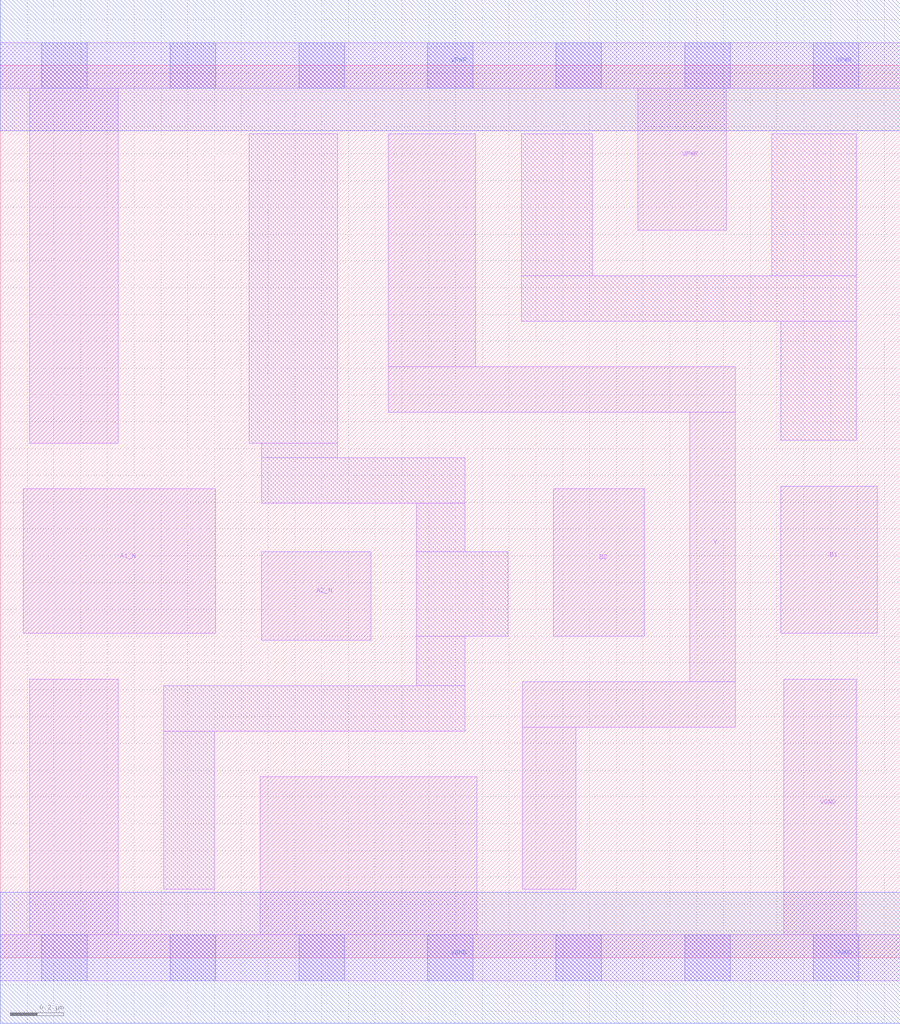
<source format=lef>
# Copyright 2020 The SkyWater PDK Authors
#
# Licensed under the Apache License, Version 2.0 (the "License");
# you may not use this file except in compliance with the License.
# You may obtain a copy of the License at
#
#     https://www.apache.org/licenses/LICENSE-2.0
#
# Unless required by applicable law or agreed to in writing, software
# distributed under the License is distributed on an "AS IS" BASIS,
# WITHOUT WARRANTIES OR CONDITIONS OF ANY KIND, either express or implied.
# See the License for the specific language governing permissions and
# limitations under the License.
#
# SPDX-License-Identifier: Apache-2.0

VERSION 5.7 ;
  NAMESCASESENSITIVE ON ;
  NOWIREEXTENSIONATPIN ON ;
  DIVIDERCHAR "/" ;
  BUSBITCHARS "[]" ;
UNITS
  DATABASE MICRONS 200 ;
END UNITS
MACRO sky130_fd_sc_lp__a2bb2oi_1
  CLASS CORE ;
  SOURCE USER ;
  FOREIGN sky130_fd_sc_lp__a2bb2oi_1 ;
  ORIGIN  0.000000  0.000000 ;
  SIZE  3.360000 BY  3.330000 ;
  SYMMETRY X Y R90 ;
  SITE unit ;
  PIN A1_N
    ANTENNAGATEAREA  0.315000 ;
    DIRECTION INPUT ;
    USE SIGNAL ;
    PORT
      LAYER li1 ;
        RECT 0.085000 1.210000 0.805000 1.750000 ;
    END
  END A1_N
  PIN A2_N
    ANTENNAGATEAREA  0.315000 ;
    DIRECTION INPUT ;
    USE SIGNAL ;
    PORT
      LAYER li1 ;
        RECT 0.975000 1.185000 1.385000 1.515000 ;
    END
  END A2_N
  PIN B1
    ANTENNAGATEAREA  0.315000 ;
    DIRECTION INPUT ;
    USE SIGNAL ;
    PORT
      LAYER li1 ;
        RECT 2.915000 1.210000 3.275000 1.760000 ;
    END
  END B1
  PIN B2
    ANTENNAGATEAREA  0.315000 ;
    DIRECTION INPUT ;
    USE SIGNAL ;
    PORT
      LAYER li1 ;
        RECT 2.065000 1.200000 2.405000 1.750000 ;
    END
  END B2
  PIN Y
    ANTENNADIFFAREA  0.569100 ;
    DIRECTION OUTPUT ;
    USE SIGNAL ;
    PORT
      LAYER li1 ;
        RECT 1.450000 2.035000 2.745000 2.205000 ;
        RECT 1.450000 2.205000 1.775000 3.075000 ;
        RECT 1.950000 0.255000 2.150000 0.860000 ;
        RECT 1.950000 0.860000 2.745000 1.030000 ;
        RECT 2.575000 1.030000 2.745000 2.035000 ;
    END
  END Y
  PIN VGND
    DIRECTION INOUT ;
    USE GROUND ;
    PORT
      LAYER li1 ;
        RECT 0.000000 -0.085000 3.360000 0.085000 ;
        RECT 0.110000  0.085000 0.440000 1.040000 ;
        RECT 0.970000  0.085000 1.780000 0.675000 ;
        RECT 2.925000  0.085000 3.195000 1.040000 ;
      LAYER mcon ;
        RECT 0.155000 -0.085000 0.325000 0.085000 ;
        RECT 0.635000 -0.085000 0.805000 0.085000 ;
        RECT 1.115000 -0.085000 1.285000 0.085000 ;
        RECT 1.595000 -0.085000 1.765000 0.085000 ;
        RECT 2.075000 -0.085000 2.245000 0.085000 ;
        RECT 2.555000 -0.085000 2.725000 0.085000 ;
        RECT 3.035000 -0.085000 3.205000 0.085000 ;
      LAYER met1 ;
        RECT 0.000000 -0.245000 3.360000 0.245000 ;
    END
  END VGND
  PIN VPWR
    DIRECTION INOUT ;
    USE POWER ;
    PORT
      LAYER li1 ;
        RECT 0.000000 3.245000 3.360000 3.415000 ;
        RECT 0.110000 1.920000 0.440000 3.245000 ;
        RECT 2.380000 2.715000 2.710000 3.245000 ;
      LAYER mcon ;
        RECT 0.155000 3.245000 0.325000 3.415000 ;
        RECT 0.635000 3.245000 0.805000 3.415000 ;
        RECT 1.115000 3.245000 1.285000 3.415000 ;
        RECT 1.595000 3.245000 1.765000 3.415000 ;
        RECT 2.075000 3.245000 2.245000 3.415000 ;
        RECT 2.555000 3.245000 2.725000 3.415000 ;
        RECT 3.035000 3.245000 3.205000 3.415000 ;
      LAYER met1 ;
        RECT 0.000000 3.085000 3.360000 3.575000 ;
    END
  END VPWR
  OBS
    LAYER li1 ;
      RECT 0.610000 0.255000 0.800000 0.845000 ;
      RECT 0.610000 0.845000 1.735000 1.015000 ;
      RECT 0.930000 1.920000 1.260000 3.075000 ;
      RECT 0.975000 1.695000 1.735000 1.865000 ;
      RECT 0.975000 1.865000 1.260000 1.920000 ;
      RECT 1.555000 1.015000 1.735000 1.200000 ;
      RECT 1.555000 1.200000 1.895000 1.515000 ;
      RECT 1.555000 1.515000 1.735000 1.695000 ;
      RECT 1.945000 2.375000 3.195000 2.545000 ;
      RECT 1.945000 2.545000 2.210000 3.075000 ;
      RECT 2.880000 2.545000 3.195000 3.075000 ;
      RECT 2.915000 1.930000 3.195000 2.375000 ;
  END
END sky130_fd_sc_lp__a2bb2oi_1

</source>
